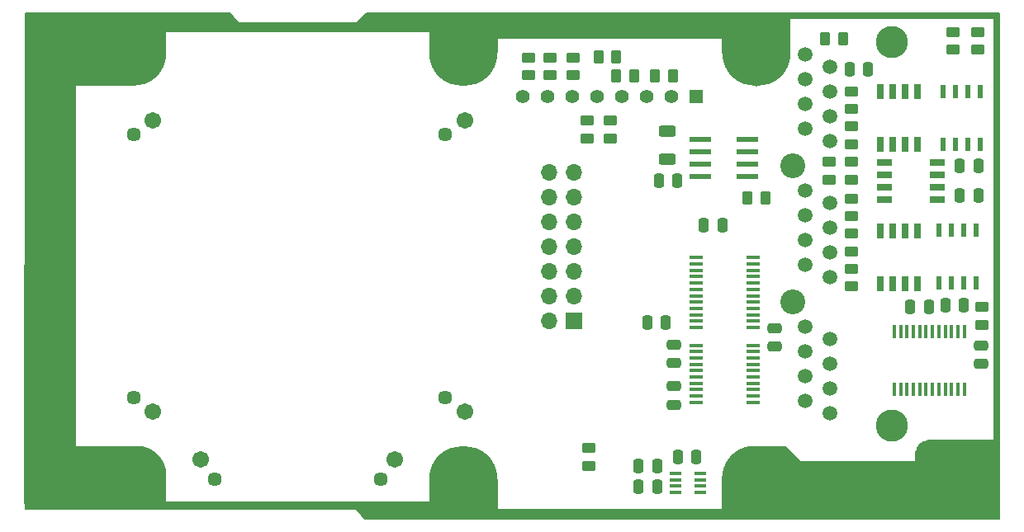
<source format=gbs>
%TF.GenerationSoftware,KiCad,Pcbnew,9.0.1-9.0.1-0~ubuntu24.04.1*%
%TF.CreationDate,2025-04-13T10:11:15+02:00*%
%TF.ProjectId,som-exp-carrier,736f6d2d-6578-4702-9d63-617272696572,v1.0*%
%TF.SameCoordinates,Original*%
%TF.FileFunction,Soldermask,Bot*%
%TF.FilePolarity,Negative*%
%FSLAX46Y46*%
G04 Gerber Fmt 4.6, Leading zero omitted, Abs format (unit mm)*
G04 Created by KiCad (PCBNEW 9.0.1-9.0.1-0~ubuntu24.04.1) date 2025-04-13 10:11:15*
%MOMM*%
%LPD*%
G01*
G04 APERTURE LIST*
G04 Aperture macros list*
%AMRoundRect*
0 Rectangle with rounded corners*
0 $1 Rounding radius*
0 $2 $3 $4 $5 $6 $7 $8 $9 X,Y pos of 4 corners*
0 Add a 4 corners polygon primitive as box body*
4,1,4,$2,$3,$4,$5,$6,$7,$8,$9,$2,$3,0*
0 Add four circle primitives for the rounded corners*
1,1,$1+$1,$2,$3*
1,1,$1+$1,$4,$5*
1,1,$1+$1,$6,$7*
1,1,$1+$1,$8,$9*
0 Add four rect primitives between the rounded corners*
20,1,$1+$1,$2,$3,$4,$5,0*
20,1,$1+$1,$4,$5,$6,$7,0*
20,1,$1+$1,$6,$7,$8,$9,0*
20,1,$1+$1,$8,$9,$2,$3,0*%
%AMFreePoly0*
4,1,19,-3.250000,0.250000,-3.229565,0.613885,-3.168516,0.973193,-3.067621,1.323407,-2.928149,1.660122,-2.751854,1.979104,-2.540952,2.276342,-2.298097,2.548097,-2.026342,2.790952,-1.729104,3.001854,-1.410122,3.178149,-1.073407,3.317621,-0.723193,3.418516,-0.363885,3.479565,0.000000,3.500000,3.250000,3.500000,3.250000,-3.500000,-3.250000,-3.500000,-3.250000,0.250000,-3.250000,0.250000,
$1*%
%AMFreePoly1*
4,1,19,-3.500000,3.000000,0.500000,3.000000,0.761467,2.988584,1.106653,2.938022,1.443634,2.847728,1.767855,2.718923,2.074930,2.553350,2.360706,2.353247,2.621320,2.121320,2.853247,1.860706,3.053350,1.574930,3.218923,1.267855,3.347728,0.943634,3.438022,0.606653,3.488584,0.261467,3.500000,0.000000,3.500000,-3.000000,-3.500000,-3.000000,-3.500000,3.000000,-3.500000,3.000000,
$1*%
G04 Aperture macros list end*
%ADD10C,0.150000*%
%ADD11R,1.400000X1.400000*%
%ADD12C,1.400000*%
%ADD13R,1.700000X1.700000*%
%ADD14O,1.700000X1.700000*%
%ADD15C,3.300000*%
%ADD16C,1.500000*%
%ADD17C,2.550000*%
%ADD18C,1.450000*%
%ADD19C,1.704000*%
%ADD20R,3.200000X3.200000*%
%ADD21C,3.200000*%
%ADD22C,4.500000*%
%ADD23FreePoly0,0.000000*%
%ADD24C,7.000000*%
%ADD25FreePoly1,0.000000*%
%ADD26RoundRect,0.102000X-1.800000X0.350000X-1.800000X-0.350000X1.800000X-0.350000X1.800000X0.350000X0*%
%ADD27C,4.000000*%
%ADD28RoundRect,0.250000X-0.450000X0.262500X-0.450000X-0.262500X0.450000X-0.262500X0.450000X0.262500X0*%
%ADD29RoundRect,0.250000X-0.262500X-0.450000X0.262500X-0.450000X0.262500X0.450000X-0.262500X0.450000X0*%
%ADD30RoundRect,0.250000X0.250000X0.475000X-0.250000X0.475000X-0.250000X-0.475000X0.250000X-0.475000X0*%
%ADD31R,0.450000X1.475000*%
%ADD32RoundRect,0.250000X-0.250000X-0.475000X0.250000X-0.475000X0.250000X0.475000X-0.250000X0.475000X0*%
%ADD33RoundRect,0.250000X-0.475000X0.250000X-0.475000X-0.250000X0.475000X-0.250000X0.475000X0.250000X0*%
%ADD34R,0.650000X1.528000*%
%ADD35RoundRect,0.250000X0.450000X-0.262500X0.450000X0.262500X-0.450000X0.262500X-0.450000X-0.262500X0*%
%ADD36RoundRect,0.250000X0.625000X-0.312500X0.625000X0.312500X-0.625000X0.312500X-0.625000X-0.312500X0*%
%ADD37R,1.475000X0.450000*%
%ADD38R,0.558000X1.454899*%
%ADD39R,1.528000X0.650000*%
%ADD40R,2.200001X0.599999*%
%ADD41RoundRect,0.250000X0.262500X0.450000X-0.262500X0.450000X-0.262500X-0.450000X0.262500X-0.450000X0*%
%ADD42RoundRect,0.250000X0.475000X-0.250000X0.475000X0.250000X-0.475000X0.250000X-0.475000X-0.250000X0*%
%ADD43R,1.200000X0.450000*%
G04 APERTURE END LIST*
D10*
X145845969Y-43274031D02*
X146345969Y-43274031D01*
X146345969Y-89514031D01*
X145845969Y-89514031D01*
X145845969Y-43274031D01*
G36*
X145845969Y-43274031D02*
G01*
X146345969Y-43274031D01*
X146345969Y-89514031D01*
X145845969Y-89514031D01*
X145845969Y-43274031D01*
G37*
X118165969Y-95164031D02*
X88005969Y-95164031D01*
X88005969Y-94284031D01*
X118165969Y-94284031D01*
X118165969Y-95164031D01*
G36*
X118165969Y-95164031D02*
G01*
X88005969Y-95164031D01*
X88005969Y-94284031D01*
X118165969Y-94284031D01*
X118165969Y-95164031D01*
G37*
X125935969Y-89344031D02*
X146335969Y-89344031D01*
X146335969Y-95154031D01*
X118005969Y-95154031D01*
X118005969Y-90834031D01*
X121025969Y-87814031D01*
X124405969Y-87814031D01*
X125935969Y-89344031D01*
G36*
X125935969Y-89344031D02*
G01*
X146335969Y-89344031D01*
X146335969Y-95154031D01*
X118005969Y-95154031D01*
X118005969Y-90834031D01*
X121025969Y-87814031D01*
X124405969Y-87814031D01*
X125935969Y-89344031D01*
G37*
X146185969Y-89694031D02*
X137825969Y-89694031D01*
X137825969Y-88344031D01*
X138995969Y-87174031D01*
X146185969Y-87174031D01*
X146185969Y-89694031D01*
G36*
X146185969Y-89694031D02*
G01*
X137825969Y-89694031D01*
X137825969Y-88344031D01*
X138995969Y-87174031D01*
X146185969Y-87174031D01*
X146185969Y-89694031D01*
G37*
X94845969Y-47273661D02*
X91345969Y-50644031D01*
X88005969Y-47304031D01*
X88005969Y-45164031D01*
X60855969Y-45164031D01*
X60855969Y-43284031D01*
X67415969Y-43284031D01*
X68405969Y-44274031D01*
X80465969Y-44274031D01*
X81465969Y-43274031D01*
X94845969Y-43274031D01*
X94845969Y-47273661D01*
G36*
X94845969Y-47273661D02*
G01*
X91345969Y-50644031D01*
X88005969Y-47304031D01*
X88005969Y-45164031D01*
X60855969Y-45164031D01*
X60855969Y-43284031D01*
X67415969Y-43284031D01*
X68405969Y-44274031D01*
X80465969Y-44274031D01*
X81465969Y-43274031D01*
X94845969Y-43274031D01*
X94845969Y-47273661D01*
G37*
X60845969Y-91094031D02*
X60845969Y-94194031D01*
X46525969Y-94194031D01*
X46525969Y-87804031D01*
X57555969Y-87804031D01*
X60845969Y-91094031D01*
G36*
X60845969Y-91094031D02*
G01*
X60845969Y-94194031D01*
X46525969Y-94194031D01*
X46525969Y-87804031D01*
X57555969Y-87804031D01*
X60845969Y-91094031D01*
G37*
X94835969Y-91144031D02*
X94835969Y-95154031D01*
X81355969Y-95154031D01*
X80355969Y-94154031D01*
X60725969Y-94154031D01*
X60725969Y-93524031D01*
X88005969Y-93524031D01*
X88005969Y-91144031D01*
X91345969Y-87804031D01*
X94835969Y-91144031D01*
G36*
X94835969Y-91144031D02*
G01*
X94835969Y-95154031D01*
X81355969Y-95154031D01*
X80355969Y-94154031D01*
X60725969Y-94154031D01*
X60725969Y-93524031D01*
X88005969Y-93524031D01*
X88005969Y-91144031D01*
X91345969Y-87804031D01*
X94835969Y-91144031D01*
G37*
X60845969Y-47304031D02*
X57495969Y-50654031D01*
X46505969Y-50654031D01*
X46505969Y-43274031D01*
X60845969Y-43274031D01*
X60845969Y-47304031D01*
G36*
X60845969Y-47304031D02*
G01*
X57495969Y-50654031D01*
X46505969Y-50654031D01*
X46505969Y-43274031D01*
X60845969Y-43274031D01*
X60845969Y-47304031D01*
G37*
X124700969Y-43274031D02*
X146350969Y-43274031D01*
X146350969Y-43774031D01*
X124700969Y-43774031D01*
X124700969Y-43274031D01*
G36*
X124700969Y-43274031D02*
G01*
X146350969Y-43274031D01*
X146350969Y-43774031D01*
X124700969Y-43774031D01*
X124700969Y-43274031D01*
G37*
X124845969Y-47324031D02*
X121435969Y-50734031D01*
X121415969Y-50734031D01*
X118005969Y-47324031D01*
X118005969Y-45844031D01*
X94835969Y-45844031D01*
X94835969Y-43274031D01*
X124845969Y-43274031D01*
X124845969Y-47324031D01*
G36*
X124845969Y-47324031D02*
G01*
X121435969Y-50734031D01*
X121415969Y-50734031D01*
X118005969Y-47324031D01*
X118005969Y-45844031D01*
X94835969Y-45844031D01*
X94835969Y-43274031D01*
X124845969Y-43274031D01*
X124845969Y-47324031D01*
G37*
%TO.C,J2*%
X52736131Y-50254031D02*
X51566131Y-50254031D01*
X51566131Y-88234031D01*
X52754549Y-88234031D01*
X52746131Y-93554031D01*
X46476131Y-93554031D01*
X46516131Y-44944112D01*
X52736131Y-44934031D01*
X52736131Y-50254031D01*
G36*
X52736131Y-50254031D02*
G01*
X51566131Y-50254031D01*
X51566131Y-88234031D01*
X52754549Y-88234031D01*
X52746131Y-93554031D01*
X46476131Y-93554031D01*
X46516131Y-44944112D01*
X52736131Y-44934031D01*
X52736131Y-50254031D01*
G37*
%TD*%
D11*
%TO.C,S1*%
X115295969Y-51844031D03*
D12*
X112755969Y-51844031D03*
X110215969Y-51844031D03*
X107675969Y-51844031D03*
X105135969Y-51844031D03*
X102595969Y-51844031D03*
X100055969Y-51844031D03*
X97515969Y-51844031D03*
X115295969Y-44224031D03*
X97515969Y-44224031D03*
%TD*%
D13*
%TO.C,J3*%
X102745969Y-74854031D03*
D14*
X100205969Y-74854031D03*
X102745969Y-72314031D03*
X100205969Y-72314031D03*
X102745969Y-69774031D03*
X100205969Y-69774031D03*
X102745969Y-67234031D03*
X100205969Y-67234031D03*
X102745969Y-64694031D03*
X100205969Y-64694031D03*
X102745969Y-62154031D03*
X100205969Y-62154031D03*
X102745969Y-59614031D03*
X100205969Y-59614031D03*
%TD*%
D15*
%TO.C,J1*%
X135345969Y-85639031D03*
X135345969Y-46269031D03*
D16*
X128995969Y-84369031D03*
X126455969Y-83099031D03*
X128995969Y-81829031D03*
X126455969Y-80559031D03*
X128995969Y-79289031D03*
X126455969Y-78019031D03*
X128995969Y-76749031D03*
X126455969Y-75479031D03*
X128995969Y-70399031D03*
X126455969Y-69129031D03*
X128995969Y-67859031D03*
X126455969Y-66589031D03*
X128995969Y-65319031D03*
X126455969Y-64049031D03*
X128995969Y-62779031D03*
X126455969Y-61509031D03*
X128995969Y-56429031D03*
X126455969Y-55159031D03*
X128995969Y-53889031D03*
X126455969Y-52619031D03*
X128995969Y-51349031D03*
X126455969Y-50079031D03*
X128995969Y-48809031D03*
X126455969Y-47539031D03*
D17*
X139025969Y-88374031D03*
X125185969Y-72939031D03*
X125185969Y-58969031D03*
%TD*%
D18*
%TO.C,JB1*%
X89575969Y-55734031D03*
X89575969Y-82734031D03*
D19*
X91575969Y-54259031D03*
X91575969Y-84209031D03*
%TD*%
D20*
%TO.C,J5*%
X132525969Y-92334031D03*
D21*
X127025969Y-92334031D03*
D22*
X139825969Y-92334031D03*
%TD*%
D23*
%TO.C,H6*%
X121175969Y-91234031D03*
%TD*%
D24*
%TO.C,H4*%
X91425969Y-91234031D03*
%TD*%
%TO.C,H5*%
X121425969Y-47234031D03*
%TD*%
%TO.C,H2*%
X91425969Y-47234031D03*
%TD*%
%TO.C,H1*%
X57425969Y-47234031D03*
%TD*%
D18*
%TO.C,JB2*%
X57575969Y-55734031D03*
X57575969Y-82734031D03*
D19*
X59575969Y-54259031D03*
X59575969Y-84209031D03*
%TD*%
D18*
%TO.C,JB3*%
X65925969Y-91084031D03*
X82925969Y-91084031D03*
D19*
X64450969Y-89084031D03*
X84400969Y-89084031D03*
%TD*%
D25*
%TO.C,H3*%
X57425969Y-90734031D03*
%TD*%
D26*
%TO.C,J2*%
X49725969Y-52734031D03*
X49725969Y-53734031D03*
X49725969Y-54734031D03*
X49725969Y-55734031D03*
X49725969Y-56734031D03*
X49725969Y-57734031D03*
X49725969Y-58734031D03*
X49725969Y-59734031D03*
X49725969Y-60734031D03*
X49725969Y-61734031D03*
X49725969Y-62734031D03*
X49725969Y-65734031D03*
X49725969Y-66734031D03*
X49725969Y-67734031D03*
X49725969Y-68734031D03*
X49725969Y-69734031D03*
X49725969Y-70734031D03*
X49725969Y-71734031D03*
X49725969Y-72734031D03*
X49725969Y-73734031D03*
X49725969Y-74734031D03*
X49725969Y-75734031D03*
X49725969Y-76734031D03*
X49725969Y-77734031D03*
X49725969Y-78734031D03*
X49725969Y-79734031D03*
X49725969Y-80734031D03*
X49725969Y-81734031D03*
X49725969Y-82734031D03*
X49725969Y-83734031D03*
X49725969Y-84734031D03*
X49725969Y-85734031D03*
D27*
X49035969Y-47934031D03*
X49035969Y-90534031D03*
%TD*%
D28*
%TO.C,R21*%
X131225969Y-58521531D03*
X131225969Y-60346531D03*
%TD*%
D29*
%TO.C,R47*%
X107063469Y-49724031D03*
X108888469Y-49724031D03*
%TD*%
D30*
%TO.C,C5*%
X115295969Y-88794031D03*
X113395969Y-88794031D03*
%TD*%
D29*
%TO.C,R29*%
X128513469Y-45934031D03*
X130338469Y-45934031D03*
%TD*%
D30*
%TO.C,C10*%
X112145969Y-75074031D03*
X110245969Y-75074031D03*
%TD*%
D28*
%TO.C,R20*%
X104285969Y-87921531D03*
X104285969Y-89746531D03*
%TD*%
D30*
%TO.C,C18*%
X113325969Y-60434031D03*
X111425969Y-60434031D03*
%TD*%
%TO.C,C6*%
X111285969Y-89794031D03*
X109385969Y-89794031D03*
%TD*%
D28*
%TO.C,R27*%
X141625969Y-45221531D03*
X141625969Y-47046531D03*
%TD*%
%TO.C,R22*%
X128925969Y-58521531D03*
X128925969Y-60346531D03*
%TD*%
D31*
%TO.C,U1*%
X142750969Y-81862031D03*
X142100969Y-81862031D03*
X141450969Y-81862031D03*
X140800969Y-81862031D03*
X140150969Y-81862031D03*
X139500969Y-81862031D03*
X138850969Y-81862031D03*
X138200969Y-81862031D03*
X137550969Y-81862031D03*
X136900969Y-81862031D03*
X136250969Y-81862031D03*
X135600969Y-81862031D03*
X135600969Y-75986031D03*
X136250969Y-75986031D03*
X136900969Y-75986031D03*
X137550969Y-75986031D03*
X138200969Y-75986031D03*
X138850969Y-75986031D03*
X139500969Y-75986031D03*
X140150969Y-75986031D03*
X140800969Y-75986031D03*
X141450969Y-75986031D03*
X142100969Y-75986031D03*
X142750969Y-75986031D03*
%TD*%
D32*
%TO.C,C14*%
X142309969Y-58934031D03*
X144209969Y-58934031D03*
%TD*%
D33*
%TO.C,C1*%
X144525969Y-77384031D03*
X144525969Y-79284031D03*
%TD*%
D34*
%TO.C,U7*%
X134120969Y-51343031D03*
X135390969Y-51343031D03*
X136660969Y-51343031D03*
X137930969Y-51343031D03*
X137930969Y-56765031D03*
X136660969Y-56765031D03*
X135390969Y-56765031D03*
X134120969Y-56765031D03*
%TD*%
D35*
%TO.C,R49*%
X104105969Y-56146531D03*
X104105969Y-54321531D03*
%TD*%
%TO.C,R6*%
X144575969Y-75266531D03*
X144575969Y-73441531D03*
%TD*%
D36*
%TO.C,RSENSE1*%
X112325969Y-58296531D03*
X112325969Y-55371531D03*
%TD*%
D28*
%TO.C,R52*%
X98115969Y-47831531D03*
X98115969Y-49656531D03*
%TD*%
D30*
%TO.C,C17*%
X117955969Y-65054031D03*
X116055969Y-65054031D03*
%TD*%
D37*
%TO.C,U5*%
X115249969Y-75534031D03*
X115249969Y-74884031D03*
X115249969Y-74234031D03*
X115249969Y-73584031D03*
X115249969Y-72934031D03*
X115249969Y-72284031D03*
X115249969Y-71634031D03*
X115249969Y-70984031D03*
X115249969Y-70334031D03*
X115249969Y-69684031D03*
X115249969Y-69034031D03*
X115249969Y-68384031D03*
X121125969Y-68384031D03*
X121125969Y-69034031D03*
X121125969Y-69684031D03*
X121125969Y-70334031D03*
X121125969Y-70984031D03*
X121125969Y-71634031D03*
X121125969Y-72284031D03*
X121125969Y-72934031D03*
X121125969Y-73584031D03*
X121125969Y-74234031D03*
X121125969Y-74884031D03*
X121125969Y-75534031D03*
%TD*%
D35*
%TO.C,R8*%
X131225969Y-67746531D03*
X131225969Y-65921531D03*
%TD*%
D28*
%TO.C,R26*%
X144125969Y-45221531D03*
X144125969Y-47046531D03*
%TD*%
D32*
%TO.C,C12*%
X140835969Y-73234031D03*
X142735969Y-73234031D03*
%TD*%
D35*
%TO.C,R7*%
X131225969Y-71346531D03*
X131225969Y-69521531D03*
%TD*%
D28*
%TO.C,R51*%
X100265969Y-47831531D03*
X100265969Y-49656531D03*
%TD*%
D38*
%TO.C,U10*%
X144430969Y-56755379D03*
X143160969Y-56755379D03*
X141890969Y-56755379D03*
X140620969Y-56755379D03*
X140620969Y-51312683D03*
X141890969Y-51312683D03*
X143160969Y-51312683D03*
X144430969Y-51312683D03*
%TD*%
D39*
%TO.C,U9*%
X134559969Y-62439031D03*
X134559969Y-61169031D03*
X134559969Y-59899031D03*
X134559969Y-58629031D03*
X139981969Y-58629031D03*
X139981969Y-59899031D03*
X139981969Y-61169031D03*
X139981969Y-62439031D03*
%TD*%
D38*
%TO.C,U8*%
X143950969Y-70985379D03*
X142680969Y-70985379D03*
X141410969Y-70985379D03*
X140140969Y-70985379D03*
X140140969Y-65542683D03*
X141410969Y-65542683D03*
X142680969Y-65542683D03*
X143950969Y-65542683D03*
%TD*%
D28*
%TO.C,R23*%
X131225969Y-62321531D03*
X131225969Y-64146531D03*
%TD*%
D30*
%TO.C,C4*%
X111265969Y-91914031D03*
X109365969Y-91914031D03*
%TD*%
%TO.C,C11*%
X132925969Y-49034031D03*
X131025969Y-49034031D03*
%TD*%
D35*
%TO.C,R48*%
X106465969Y-56146531D03*
X106465969Y-54321531D03*
%TD*%
D28*
%TO.C,R50*%
X102645969Y-47831531D03*
X102645969Y-49656531D03*
%TD*%
D40*
%TO.C,U13*%
X120525969Y-56229031D03*
X120525969Y-57499031D03*
X120525969Y-58769031D03*
X120525969Y-60039031D03*
X115725969Y-60039031D03*
X115725969Y-58769031D03*
X115725969Y-57499031D03*
X115725969Y-56229031D03*
%TD*%
D41*
%TO.C,R5*%
X107088469Y-47774031D03*
X105263469Y-47774031D03*
%TD*%
D30*
%TO.C,C7*%
X139115969Y-73404031D03*
X137215969Y-73404031D03*
%TD*%
D37*
%TO.C,U2*%
X121125969Y-77369031D03*
X121125969Y-78019031D03*
X121125969Y-78669031D03*
X121125969Y-79319031D03*
X121125969Y-79969031D03*
X121125969Y-80619031D03*
X121125969Y-81269031D03*
X121125969Y-81919031D03*
X121125969Y-82569031D03*
X121125969Y-83219031D03*
X115249969Y-83219031D03*
X115249969Y-82569031D03*
X115249969Y-81919031D03*
X115249969Y-81269031D03*
X115249969Y-80619031D03*
X115249969Y-79969031D03*
X115249969Y-79319031D03*
X115249969Y-78669031D03*
X115249969Y-78019031D03*
X115249969Y-77369031D03*
%TD*%
D35*
%TO.C,R17*%
X131225969Y-53146531D03*
X131225969Y-51321531D03*
%TD*%
D29*
%TO.C,R46*%
X111063469Y-49734031D03*
X112888469Y-49734031D03*
%TD*%
D42*
%TO.C,C2*%
X113025969Y-79224031D03*
X113025969Y-77324031D03*
%TD*%
D35*
%TO.C,R13*%
X131225969Y-56746531D03*
X131225969Y-54921531D03*
%TD*%
D29*
%TO.C,R33*%
X120543469Y-62274031D03*
X122368469Y-62274031D03*
%TD*%
D43*
%TO.C,U3*%
X113155969Y-92489031D03*
X113155969Y-91839031D03*
X113155969Y-91189031D03*
X113155969Y-90539031D03*
X115655969Y-90539031D03*
X115655969Y-91189031D03*
X115655969Y-91839031D03*
X115655969Y-92489031D03*
%TD*%
D33*
%TO.C,C9*%
X123325969Y-75604031D03*
X123325969Y-77504031D03*
%TD*%
%TO.C,C3*%
X113025969Y-81584031D03*
X113025969Y-83484031D03*
%TD*%
D34*
%TO.C,U4*%
X137930969Y-71055031D03*
X136660969Y-71055031D03*
X135390969Y-71055031D03*
X134120969Y-71055031D03*
X134120969Y-65633031D03*
X135390969Y-65633031D03*
X136660969Y-65633031D03*
X137930969Y-65633031D03*
%TD*%
D32*
%TO.C,C13*%
X142309969Y-62034031D03*
X144209969Y-62034031D03*
%TD*%
M02*

</source>
